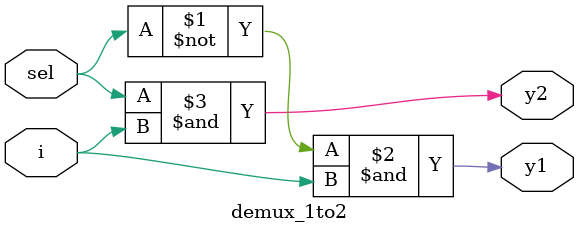
<source format=v>
module demux_1to2(
    input  wire i,
    input  wire sel,
    output wire y1,
    output wire y2
);

    assign  y1  =   ~sel & i;
    assign  y2  =   sel &  i;
endmodule
</source>
